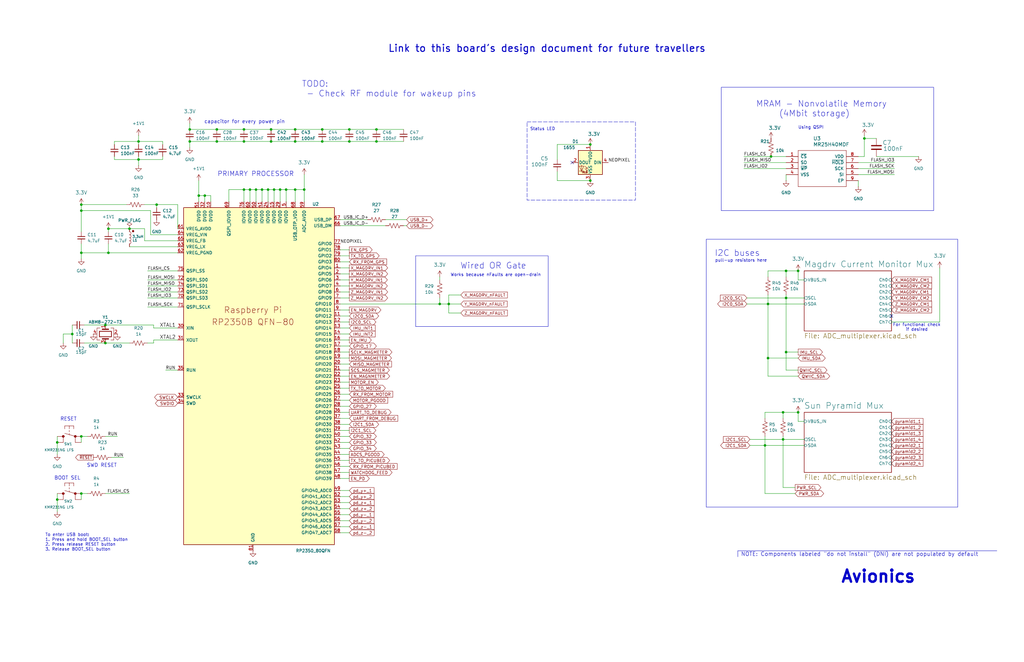
<source format=kicad_sch>
(kicad_sch (version 20250114) (generator "eeschema") (generator_version "9.0")
  (paper "USLedger")
  (title_block (title "ADCS Main Board") (date "2025-04-07") (rev "1.2") (company "Stanford Student Space Initiative") (comment 1 "Sage Wu"))
  (rectangle (start 304.165 36.83) (end 393.7 88.9))
  (rectangle (start 297.815 100.965) (end 403.86 213.995))
  (rectangle (start 175.26 107.95) (end 231.14 137.795))
  (rectangle (start 222.25 51.435) (end 267.97 84.455) (stroke (width 0) (type dash)))
  (text "Works because nFaults are open-drain\n" (at 209.042 116.078 0) (effects (font (size 1.27 1.27))))
  (text "PRIMARY PROCESSOR" (at 91.694 74.676 0) (effects (font (size 2.0066 2.0066)) (justify left bottom)))
  (text "SWD RESET\n" (at 36.576 197.358 0) (effects (font (size 1.4986 1.4986)) (justify left bottom)))
  (text "TODO:\n - Check RF module for wakeup pins" (at 127.254 37.592 0) (effects (font (size 2.54 2.54)) (justify left)))
  (text "Avionics" (at 354.33 246.38 0) (effects (font (size 5.08 5.08) (thickness 1.016) (bold yes)) (justify left bottom)))
  (text "I2C buses" (at 310.896 106.934 0) (effects (font (size 2.54 2.54))))
  (text "MRAM - Nonvolatile Memory\n     (4Mbit storage)" (at 318.77 49.53 0) (effects (font (size 2.54 2.54)) (justify left bottom)))
  (text "BOOT SEL" (at 22.86 202.692 0) (effects (font (size 1.4986 1.4986)) (justify left bottom)))
  (text "Link to this board's design document for future travellers" (at 230.632 20.574 0) (effects (font (size 3 3) (thickness 0.4) (bold yes))))
  (text "Using QSPI" (at 336.55 54.61 0) (effects (font (size 1.27 1.27)) (justify left bottom)))
  (text "NOTE: Components labeled \"do not install\" (DNI) are not populated by default" (at 312.42 234.95 0) (effects (font (size 1.651 1.651)) (justify left bottom)))
  (text "RESET" (at 25.4 177.8 0) (effects (font (size 1.4986 1.4986)) (justify left bottom)))
  (text "To enter USB boot:\n1. Press and hold BOOT_SEL button\n2. Press release RESET button\n3. Release BOOT_SEL button" (at 19.05 228.854 0) (effects (font (size 1.27 1.27)) (justify left)))
  (text "capacitor for every power pin\n" (at 86.106 52.324 0) (effects (font (size 1.4986 1.4986)) (justify left bottom)))
  (text "For functional check\nif desired" (at 386.588 138.176 0) (effects (font (size 1.27 1.27))))
  (text "Wired OR Gate" (at 208.026 112.268 0) (effects (font (size 2.54 2.54))))
  (text "Status LED" (at 223.52 55.245 0) (effects (font (size 1.27 1.27)) (justify left bottom)))
  (text "pull-up resistors here" (at 301.498 110.744 0) (effects (font (size 1.27 1.27)) (justify left bottom)))
  (junction (at 34.29 208.28))
  (junction (at 124.46 59.69))
  (junction (at 45.72 96.52))
  (junction (at 34.29 88.9))
  (junction (at 114.3 54.61))
  (junction (at 58.42 67.31))
  (junction (at 248.92 76.2))
  (junction (at 24.13 186.69))
  (junction (at 34.29 106.68))
  (junction (at 331.47 114.3))
  (junction (at 80.01 54.61))
  (junction (at 147.32 59.69))
  (junction (at 323.85 151.13))
  (junction (at 120.65 80.01))
  (junction (at 128.27 80.01))
  (junction (at 185.42 128.27))
  (junction (at 364.49 58.42))
  (junction (at 105.41 80.01))
  (junction (at 336.55 114.3))
  (junction (at 91.44 59.69))
  (junction (at 325.12 66.04))
  (junction (at 189.23 128.27))
  (junction (at 330.2 185.42))
  (junction (at 44.45 137.16))
  (junction (at 102.87 80.01))
  (junction (at 322.58 187.96))
  (junction (at 158.75 54.61))
  (junction (at 86.36 82.55))
  (junction (at 248.92 60.96))
  (junction (at 66.04 86.36))
  (junction (at 34.29 184.15))
  (junction (at 54.61 96.52))
  (junction (at 102.87 59.69))
  (junction (at 102.87 54.61))
  (junction (at 83.82 82.55))
  (junction (at 44.45 144.78))
  (junction (at 147.32 54.61))
  (junction (at 115.57 80.01))
  (junction (at 331.47 148.59))
  (junction (at 58.42 59.69))
  (junction (at 107.95 80.01))
  (junction (at 124.46 54.61))
  (junction (at 34.29 86.36))
  (junction (at 91.44 54.61))
  (junction (at 24.13 210.82))
  (junction (at 336.55 173.99))
  (junction (at 158.75 59.69))
  (junction (at 118.11 80.01))
  (junction (at 135.89 54.61))
  (junction (at 114.3 59.69))
  (junction (at 110.49 80.01))
  (junction (at 45.72 106.68))
  (junction (at 331.47 125.73))
  (junction (at 113.03 80.01))
  (junction (at 80.01 59.69))
  (junction (at 30.48 140.97))
  (junction (at 135.89 59.69))
  (junction (at 330.2 173.99))
  (junction (at 323.85 128.27))
  (junction (at 124.46 80.01))
  (no_connect (at 375.92 133.35))
  (no_connect (at 241.3 68.58))
  (wire (pts (xy 322.58 176.53) (xy 322.58 173.99)))
  (wire (pts (xy 74.93 138.43) (xy 64.77 138.43)))
  (wire (pts (xy 54.61 104.14) (xy 74.93 104.14)))
  (wire (pts (xy 323.85 151.13) (xy 336.55 151.13)))
  (wire (pts (xy 185.42 116.84) (xy 185.42 118.11)))
  (wire (pts (xy 83.82 82.55) (xy 83.82 85.09)))
  (wire (pts (xy 135.89 54.61) (xy 147.32 54.61)))
  (wire (pts (xy 74.93 101.6) (xy 60.96 101.6)))
  (wire (pts (xy 24.13 210.82) (xy 24.13 215.9)))
  (wire (pts (xy 143.51 115.57) (xy 147.32 115.57)))
  (wire (pts (xy 91.44 54.61) (xy 102.87 54.61)))
  (wire (pts (xy 48.26 67.31) (xy 58.42 67.31)))
  (wire (pts (xy 396.24 113.03) (xy 396.24 135.89)))
  (wire (pts (xy 361.95 71.12) (xy 377.19 71.12)))
  (wire (pts (xy 323.85 128.27) (xy 323.85 151.13)))
  (polyline (pts (xy 311.15 234.95) (xy 311.15 232.41)))
  (wire (pts (xy 143.51 199.39) (xy 147.32 199.39)))
  (wire (pts (xy 34.29 210.82) (xy 34.29 208.28)))
  (wire (pts (xy 34.29 88.9) (xy 34.29 97.79)))
  (wire (pts (xy 143.51 156.21) (xy 147.32 156.21)))
  (wire (pts (xy 369.57 66.04) (xy 387.35 66.04)))
  (wire (pts (xy 323.85 158.75) (xy 336.55 158.75)))
  (wire (pts (xy 62.23 123.19) (xy 74.93 123.19)))
  (wire (pts (xy 143.51 176.53) (xy 147.32 176.53)))
  (wire (pts (xy 58.42 67.31) (xy 68.58 67.31)))
  (wire (pts (xy 143.51 173.99) (xy 147.32 173.99)))
  (wire (pts (xy 185.42 125.73) (xy 185.42 128.27)))
  (wire (pts (xy 143.51 166.37) (xy 147.32 166.37)))
  (wire (pts (xy 316.23 185.42) (xy 330.2 185.42)))
  (wire (pts (xy 45.72 102.87) (xy 45.72 106.68)))
  (wire (pts (xy 364.49 66.04) (xy 364.49 58.42)))
  (wire (pts (xy 96.52 85.09) (xy 96.52 80.01)))
  (wire (pts (xy 143.51 118.11) (xy 147.32 118.11)))
  (wire (pts (xy 35.56 144.78) (xy 44.45 144.78)))
  (wire (pts (xy 64.77 143.51) (xy 64.77 144.78)))
  (wire (pts (xy 322.58 187.96) (xy 339.09 187.96)))
  (wire (pts (xy 330.2 184.15) (xy 330.2 185.42)))
  (wire (pts (xy 143.51 214.63) (xy 147.32 214.63)))
  (wire (pts (xy 361.95 66.04) (xy 364.49 66.04)))
  (wire (pts (xy 80.01 54.61) (xy 91.44 54.61)))
  (wire (pts (xy 143.51 207.01) (xy 147.32 207.01)))
  (wire (pts (xy 234.95 76.2) (xy 248.92 76.2)))
  (wire (pts (xy 154.94 92.71) (xy 143.51 92.71)))
  (wire (pts (xy 118.11 80.01) (xy 120.65 80.01)))
  (wire (pts (xy 80.01 52.07) (xy 80.01 54.61)))
  (wire (pts (xy 74.93 99.06) (xy 63.5 99.06)))
  (wire (pts (xy 143.51 158.75) (xy 147.32 158.75)))
  (wire (pts (xy 330.2 185.42) (xy 339.09 185.42)))
  (wire (pts (xy 58.42 57.15) (xy 58.42 59.69)))
  (wire (pts (xy 339.09 118.11) (xy 336.55 118.11)))
  (wire (pts (xy 53.34 86.36) (xy 34.29 86.36)))
  (wire (pts (xy 322.58 187.96) (xy 322.58 208.28)))
  (wire (pts (xy 143.51 224.79) (xy 147.32 224.79)))
  (wire (pts (xy 45.72 96.52) (xy 54.61 96.52)))
  (wire (pts (xy 30.48 137.16) (xy 30.48 140.97)))
  (wire (pts (xy 143.51 151.13) (xy 147.32 151.13)))
  (wire (pts (xy 143.51 196.85) (xy 147.32 196.85)))
  (wire (pts (xy 44.45 184.15) (xy 49.53 184.15)))
  (wire (pts (xy 331.47 124.46) (xy 331.47 125.73)))
  (wire (pts (xy 331.47 156.21) (xy 331.47 148.59)))
  (wire (pts (xy 171.45 95.25) (xy 170.18 95.25)))
  (wire (pts (xy 118.11 80.01) (xy 118.11 85.09)))
  (wire (pts (xy 88.9 82.55) (xy 86.36 82.55)))
  (wire (pts (xy 189.23 128.27) (xy 189.23 132.08)))
  (wire (pts (xy 143.51 107.95) (xy 147.32 107.95)))
  (wire (pts (xy 88.9 85.09) (xy 88.9 82.55)))
  (wire (pts (xy 143.51 181.61) (xy 147.32 181.61)))
  (wire (pts (xy 60.96 101.6) (xy 60.96 96.52)))
  (wire (pts (xy 143.51 123.19) (xy 147.32 123.19)))
  (wire (pts (xy 62.23 114.3) (xy 74.93 114.3)))
  (wire (pts (xy 26.67 140.97) (xy 30.48 140.97)))
  (wire (pts (xy 143.51 140.97) (xy 147.32 140.97)))
  (wire (pts (xy 120.65 80.01) (xy 124.46 80.01)))
  (wire (pts (xy 48.26 60.96) (xy 48.26 59.69)))
  (wire (pts (xy 335.28 205.74) (xy 330.2 205.74)))
  (wire (pts (xy 323.85 128.27) (xy 339.09 128.27)))
  (wire (pts (xy 330.2 173.99) (xy 336.55 173.99)))
  (wire (pts (xy 330.2 185.42) (xy 330.2 205.74)))
  (wire (pts (xy 105.41 80.01) (xy 105.41 85.09)))
  (wire (pts (xy 185.42 128.27) (xy 189.23 128.27)))
  (wire (pts (xy 124.46 54.61) (xy 135.89 54.61)))
  (wire (pts (xy 128.27 80.01) (xy 128.27 85.09)))
  (wire (pts (xy 102.87 54.61) (xy 114.3 54.61)))
  (wire (pts (xy 335.28 208.28) (xy 322.58 208.28)))
  (wire (pts (xy 234.95 60.96) (xy 234.95 67.31)))
  (wire (pts (xy 45.72 106.68) (xy 74.93 106.68)))
  (wire (pts (xy 313.69 68.58) (xy 331.47 68.58)))
  (wire (pts (xy 58.42 67.31) (xy 58.42 69.85)))
  (wire (pts (xy 63.5 88.9) (xy 34.29 88.9)))
  (wire (pts (xy 80.01 59.69) (xy 80.01 62.23)))
  (wire (pts (xy 115.57 80.01) (xy 118.11 80.01)))
  (wire (pts (xy 58.42 59.69) (xy 58.42 60.96)))
  (wire (pts (xy 74.93 86.36) (xy 66.04 86.36)))
  (wire (pts (xy 62.23 144.78) (xy 64.77 144.78)))
  (wire (pts (xy 143.51 153.67) (xy 147.32 153.67)))
  (wire (pts (xy 143.51 222.25) (xy 147.32 222.25)))
  (wire (pts (xy 124.46 80.01) (xy 124.46 85.09)))
  (wire (pts (xy 143.51 201.93) (xy 147.32 201.93)))
  (wire (pts (xy 62.23 125.73) (xy 74.93 125.73)))
  (wire (pts (xy 143.51 125.73) (xy 147.32 125.73)))
  (wire (pts (xy 331.47 73.66) (xy 331.47 76.2)))
  (wire (pts (xy 143.51 146.05) (xy 147.32 146.05)))
  (wire (pts (xy 120.65 80.01) (xy 120.65 85.09)))
  (wire (pts (xy 26.67 144.78) (xy 26.67 140.97)))
  (wire (pts (xy 189.23 124.46) (xy 189.23 128.27)))
  (wire (pts (xy 143.51 110.49) (xy 147.32 110.49)))
  (wire (pts (xy 331.47 148.59) (xy 331.47 125.73)))
  (wire (pts (xy 143.51 128.27) (xy 185.42 128.27)))
  (wire (pts (xy 128.27 80.01) (xy 128.27 73.66)))
  (wire (pts (xy 30.48 140.97) (xy 30.48 144.78)))
  (wire (pts (xy 143.51 130.81) (xy 147.32 130.81)))
  (wire (pts (xy 147.32 54.61) (xy 158.75 54.61)))
  (wire (pts (xy 113.03 80.01) (xy 113.03 85.09)))
  (wire (pts (xy 143.51 209.55) (xy 147.32 209.55)))
  (wire (pts (xy 115.57 80.01) (xy 115.57 85.09)))
  (wire (pts (xy 143.51 163.83) (xy 147.32 163.83)))
  (wire (pts (xy 44.45 208.28) (xy 54.61 208.28)))
  (wire (pts (xy 91.44 59.69) (xy 102.87 59.69)))
  (wire (pts (xy 194.31 132.08) (xy 189.23 132.08)))
  (wire (pts (xy 314.96 128.27) (xy 323.85 128.27)))
  (wire (pts (xy 234.95 60.96) (xy 248.92 60.96)))
  (wire (pts (xy 107.95 80.01) (xy 107.95 85.09)))
  (wire (pts (xy 69.85 156.21) (xy 74.93 156.21)))
  (wire (pts (xy 322.58 184.15) (xy 322.58 187.96)))
  (wire (pts (xy 110.49 80.01) (xy 110.49 85.09)))
  (wire (pts (xy 135.89 59.69) (xy 147.32 59.69)))
  (wire (pts (xy 143.51 148.59) (xy 147.32 148.59)))
  (wire (pts (xy 336.55 156.21) (xy 331.47 156.21)))
  (wire (pts (xy 96.52 80.01) (xy 102.87 80.01)))
  (wire (pts (xy 80.01 59.69) (xy 91.44 59.69)))
  (wire (pts (xy 143.51 161.29) (xy 147.32 161.29)))
  (wire (pts (xy 369.57 58.42) (xy 364.49 58.42)))
  (wire (pts (xy 162.56 95.25) (xy 143.51 95.25)))
  (wire (pts (xy 143.51 194.31) (xy 147.32 194.31)))
  (wire (pts (xy 124.46 59.69) (xy 135.89 59.69)))
  (wire (pts (xy 313.69 71.12) (xy 331.47 71.12)))
  (wire (pts (xy 34.29 106.68) (xy 34.29 109.22)))
  (wire (pts (xy 114.3 54.61) (xy 124.46 54.61)))
  (wire (pts (xy 158.75 59.69) (xy 170.18 59.69)))
  (wire (pts (xy 143.51 191.77) (xy 147.32 191.77)))
  (wire (pts (xy 330.2 173.99) (xy 330.2 176.53)))
  (wire (pts (xy 58.42 59.69) (xy 68.58 59.69)))
  (wire (pts (xy 143.51 171.45) (xy 147.32 171.45)))
  (wire (pts (xy 74.93 143.51) (xy 64.77 143.51)))
  (wire (pts (xy 361.95 73.66) (xy 377.19 73.66)))
  (wire (pts (xy 194.31 124.46) (xy 189.23 124.46)))
  (wire (pts (xy 105.41 80.01) (xy 107.95 80.01)))
  (wire (pts (xy 102.87 85.09) (xy 102.87 80.01)))
  (wire (pts (xy 45.72 96.52) (xy 45.72 97.79)))
  (wire (pts (xy 86.36 85.09) (xy 86.36 82.55)))
  (wire (pts (xy 143.51 219.71) (xy 147.32 219.71)))
  (wire (pts (xy 114.3 59.69) (xy 124.46 59.69)))
  (wire (pts (xy 323.85 116.84) (xy 323.85 114.3)))
  (wire (pts (xy 143.51 135.89) (xy 147.32 135.89)))
  (wire (pts (xy 54.61 96.52) (xy 60.96 96.52)))
  (wire (pts (xy 361.95 76.2) (xy 361.95 78.74)))
  (wire (pts (xy 113.03 80.01) (xy 115.57 80.01)))
  (wire (pts (xy 74.93 86.36) (xy 74.93 96.52)))
  (wire (pts (xy 24.13 184.15) (xy 24.13 186.69)))
  (wire (pts (xy 336.55 148.59) (xy 331.47 148.59)))
  (wire (pts (xy 171.45 92.71) (xy 162.56 92.71)))
  (wire (pts (xy 339.09 177.8) (xy 336.55 177.8)))
  (wire (pts (xy 34.29 208.28) (xy 36.83 208.28)))
  (wire (pts (xy 316.23 187.96) (xy 322.58 187.96)))
  (wire (pts (xy 44.45 144.78) (xy 54.61 144.78)))
  (wire (pts (xy 48.26 66.04) (xy 48.26 67.31)))
  (wire (pts (xy 313.69 66.04) (xy 325.12 66.04)))
  (wire (pts (xy 396.24 135.89) (xy 375.92 135.89)))
  (polyline (pts (xy 311.15 232.41) (xy 420.37 232.41)))
  (wire (pts (xy 331.47 114.3) (xy 336.55 114.3)))
  (wire (pts (xy 325.12 66.04) (xy 331.47 66.04)))
  (wire (pts (xy 323.85 151.13) (xy 323.85 158.75)))
  (wire (pts (xy 234.95 72.39) (xy 234.95 76.2)))
  (wire (pts (xy 46.99 193.04) (xy 52.07 193.04)))
  (wire (pts (xy 323.85 114.3) (xy 331.47 114.3)))
  (wire (pts (xy 34.29 186.69) (xy 34.29 184.15)))
  (wire (pts (xy 34.29 102.87) (xy 34.29 106.68)))
  (wire (pts (xy 361.95 68.58) (xy 377.19 68.58)))
  (wire (pts (xy 102.87 59.69) (xy 114.3 59.69)))
  (wire (pts (xy 143.51 217.17) (xy 147.32 217.17)))
  (wire (pts (xy 83.82 82.55) (xy 86.36 82.55)))
  (wire (pts (xy 83.82 76.2) (xy 83.82 82.55)))
  (wire (pts (xy 107.95 80.01) (xy 110.49 80.01)))
  (wire (pts (xy 35.56 137.16) (xy 44.45 137.16)))
  (wire (pts (xy 102.87 80.01) (xy 105.41 80.01)))
  (wire (pts (xy 34.29 106.68) (xy 45.72 106.68)))
  (wire (pts (xy 24.13 186.69) (xy 24.13 191.77)))
  (wire (pts (xy 48.26 59.69) (xy 58.42 59.69)))
  (wire (pts (xy 143.51 179.07) (xy 147.32 179.07)))
  (wire (pts (xy 62.23 120.65) (xy 74.93 120.65)))
  (wire (pts (xy 143.51 138.43) (xy 147.32 138.43)))
  (wire (pts (xy 143.51 113.03) (xy 147.32 113.03)))
  (wire (pts (xy 58.42 66.04) (xy 58.42 67.31)))
  (wire (pts (xy 331.47 125.73) (xy 339.09 125.73)))
  (wire (pts (xy 143.51 168.91) (xy 147.32 168.91)))
  (wire (pts (xy 34.29 86.36) (xy 34.29 88.9)))
  (wire (pts (xy 158.75 54.61) (xy 170.18 54.61)))
  (wire (pts (xy 24.13 208.28) (xy 24.13 210.82)))
  (wire (pts (xy 143.51 105.41) (xy 147.32 105.41)))
  (wire (pts (xy 110.49 80.01) (xy 113.03 80.01)))
  (wire (pts (xy 364.49 58.42) (xy 364.49 57.15)))
  (wire (pts (xy 63.5 99.06) (xy 63.5 88.9)))
  (wire (pts (xy 143.51 189.23) (xy 147.32 189.23)))
  (wire (pts (xy 147.32 59.69) (xy 158.75 59.69)))
  (wire (pts (xy 143.51 212.09) (xy 147.32 212.09)))
  (wire (pts (xy 68.58 60.96) (xy 68.58 59.69)))
  (wire (pts (xy 143.51 143.51) (xy 147.32 143.51)))
  (wire (pts (xy 143.51 184.15) (xy 147.32 184.15)))
  (wire (pts (xy 331.47 114.3) (xy 331.47 116.84)))
  (wire (pts (xy 143.51 120.65) (xy 147.32 120.65)))
  (wire (pts (xy 143.51 186.69) (xy 147.32 186.69)))
  (wire (pts (xy 189.23 128.27) (xy 194.31 128.27)))
  (wire (pts (xy 124.46 80.01) (xy 128.27 80.01)))
  (wire (pts (xy 68.58 66.04) (xy 68.58 67.31)))
  (wire (pts (xy 323.85 124.46) (xy 323.85 128.27)))
  (wire (pts (xy 64.77 138.43) (xy 64.77 137.16)))
  (wire (pts (xy 336.55 173.99) (xy 336.55 177.8)))
  (wire (pts (xy 66.04 86.36) (xy 66.04 87.63)))
  (wire (pts (xy 62.23 118.11) (xy 74.93 118.11)))
  (wire (pts (xy 336.55 114.3) (xy 336.55 118.11)))
  (wire (pts (xy 314.96 125.73) (xy 331.47 125.73)))
  (wire (pts (xy 143.51 133.35) (xy 147.32 133.35)))
  (wire (pts (xy 62.23 129.54) (xy 74.93 129.54)))
  (wire (pts (xy 44.45 137.16) (xy 64.77 137.16)))
  (wire (pts (xy 66.04 86.36) (xy 60.96 86.36)))
  (wire (pts (xy 322.58 173.99) (xy 330.2 173.99)))
  (wire (pts (xy 34.29 184.15) (xy 36.83 184.15)))
  (label "NEOPIXEL" (at 256.54 68.58 0))
  (label "USB_IC_D+" (at 144.78 92.71 0))
  (label "FLASH_CS" (at 54.61 208.28 180))
  (label "RUN" (at 52.07 193.04 180))
  (label "FLASH_SCK" (at 62.23 129.54 0))
  (label "RUN" (at 69.85 156.21 0))
  (label "RUN" (at 49.53 184.15 180))
  (label "NEOPIXEL" (at 143.51 102.87 0))
  (label "XTAL2" (at 67.31 143.51 0) (effects (font (size 1.524 1.524))))
  (label "FLASH_IO2" (at 62.23 123.19 0))
  (label "XTAL1" (at 67.31 138.43 0) (effects (font (size 1.524 1.524))))
  (label "FLASH_CS" (at 313.69 66.04 0))
  (label "FLASH_MOSI" (at 377.19 73.66 180))
  (label "FLASH_CS" (at 62.23 114.3 0))
  (label "FLASH_IO3" (at 377.19 68.58 180))
  (label "FLASH_IO3" (at 62.23 125.73 0))
  (label "FLASH_IO2" (at 313.69 71.12 0))
  (label "USB_IC_D-" (at 144.78 95.25 0))
  (label "FLASH_MOSI" (at 62.23 118.11 0))
  (label "FLASH_MISO" (at 313.69 68.58 0))
  (label "FLASH_SCK" (at 377.19 71.12 180))
  (label "FLASH_MISO" (at 62.23 120.65 0))
  (global_label "pyramid2_2" (shape input) (at 375.92 190.5 0) (property "Intersheetrefs" "${INTERSHEET_REFS}" (effects (hide yes))))
  (global_label "MISO_MAGMETER" (shape input) (at 147.32 153.67 0) (property "Intersheetrefs" "${INTERSHEET_REFS}" (effects (hide yes))))
  (global_label "pd_z+_2" (shape input) (at 147.32 214.63 0) (property "Intersheetrefs" "${INTERSHEET_REFS}" (effects (hide yes))))
  (global_label "pd_z+_1" (shape input) (at 147.32 212.09 0) (property "Intersheetrefs" "${INTERSHEET_REFS}" (effects (hide yes))))
  (global_label "Z_MAGDRV_nFAULT" (shape input) (at 194.31 132.08 0) (property "Intersheetrefs" "${INTERSHEET_REFS}" (effects (hide yes))))
  (global_label "SWCLK" (shape bidirectional) (at 74.93 167.64 180) (property "Intersheetrefs" "${INTERSHEET_REFS}" (effects (hide yes))))
  (global_label "RX_FROM_MOTOR" (shape input) (at 147.32 166.37 0) (property "Intersheetrefs" "${INTERSHEET_REFS}" (effects (hide yes))))
  (global_label "pyramid1_1" (shape input) (at 375.92 177.8 0) (property "Intersheetrefs" "${INTERSHEET_REFS}" (effects (hide yes))))
  (global_label "I2C0_SDA" (shape bidirectional) (at 147.32 133.35 0) (property "Intersheetrefs" "${INTERSHEET_REFS}" (effects (hide yes))))
  (global_label "GPIO_17" (shape bidirectional) (at 147.32 146.05 0) (property "Intersheetrefs" "${INTERSHEET_REFS}" (effects (hide yes))))
  (global_label "IMU_INT2" (shape input) (at 147.32 140.97 0) (property "Intersheetrefs" "${INTERSHEET_REFS}" (effects (hide yes))))
  (global_label "RX_FROM_PICUBED" (shape input) (at 147.32 196.85 0) (property "Intersheetrefs" "${INTERSHEET_REFS}" (effects (hide yes))))
  (global_label "pyramid2_4" (shape input) (at 375.92 195.58 0) (property "Intersheetrefs" "${INTERSHEET_REFS}" (effects (hide yes))))
  (global_label "X_MAGDRV_IN2" (shape output) (at 147.32 115.57 0) (property "Intersheetrefs" "${INTERSHEET_REFS}" (effects (hide yes))))
  (global_label "X_MAGDRV_IN1" (shape output) (at 147.32 113.03 0) (property "Intersheetrefs" "${INTERSHEET_REFS}" (effects (hide yes))))
  (global_label "I2C1_SCL" (shape output) (at 147.32 181.61 0) (property "Intersheetrefs" "${INTERSHEET_REFS}" (effects (hide yes))))
  (global_label "QWIIC_SCL" (shape output) (at 336.55 156.21 0) (property "Intersheetrefs" "${INTERSHEET_REFS}" (effects (hide yes))))
  (global_label "I2C1_SCL" (shape input) (at 316.23 185.42 180) (property "Intersheetrefs" "${INTERSHEET_REFS}" (effects (hide yes))))
  (global_label "USB_D+" (shape bidirectional) (at 171.45 92.71 0) (property "Intersheetrefs" "${INTERSHEET_REFS}" (effects (hide yes))))
  (global_label "GPIO_27" (shape bidirectional) (at 147.32 171.45 0) (property "Intersheetrefs" "${INTERSHEET_REFS}" (effects (hide yes))))
  (global_label "UART_FROM_DEBUG" (shape input) (at 147.32 176.53 0) (property "Intersheetrefs" "${INTERSHEET_REFS}" (effects (hide yes))))
  (global_label "RX_FROM_GPS" (shape input) (at 147.32 110.49 0) (property "Intersheetrefs" "${INTERSHEET_REFS}" (effects (hide yes))))
  (global_label "pyramid2_3" (shape input) (at 375.92 193.04 0) (property "Intersheetrefs" "${INTERSHEET_REFS}" (effects (hide yes))))
  (global_label "PWR_SCL" (shape output) (at 335.28 205.74 0) (property "Intersheetrefs" "${INTERSHEET_REFS}" (effects (hide yes))))
  (global_label "PWR_SDA" (shape bidirectional) (at 335.28 208.28 0) (property "Intersheetrefs" "${INTERSHEET_REFS}" (effects (hide yes))))
  (global_label "pd_y+_2" (shape input) (at 147.32 209.55 0) (property "Intersheetrefs" "${INTERSHEET_REFS}" (effects (hide yes))))
  (global_label "X_MAGDRV_CM2" (shape input) (at 375.92 120.65 0) (property "Intersheetrefs" "${INTERSHEET_REFS}" (effects (hide yes))))
  (global_label "GPIO_33" (shape bidirectional) (at 147.32 186.69 0) (property "Intersheetrefs" "${INTERSHEET_REFS}" (effects (hide yes))))
  (global_label "pyramid2_1" (shape input) (at 375.92 187.96 0) (property "Intersheetrefs" "${INTERSHEET_REFS}" (effects (hide yes))))
  (global_label "EN_MAGDRV" (shape output) (at 147.32 130.81 0) (property "Intersheetrefs" "${INTERSHEET_REFS}" (effects (hide yes))))
  (global_label "I2C0_SDA" (shape bidirectional) (at 314.96 128.27 180) (property "Intersheetrefs" "${INTERSHEET_REFS}" (effects (hide yes))))
  (global_label "TX_TO_PICUBED" (shape output) (at 147.32 194.31 0) (property "Intersheetrefs" "${INTERSHEET_REFS}" (effects (hide yes))))
  (global_label "X_MAGDRV_nFAULT" (shape input) (at 194.31 124.46 0) (property "Intersheetrefs" "${INTERSHEET_REFS}" (effects (hide yes))))
  (global_label "Y_MAGDRV_CM2" (shape input) (at 375.92 125.73 0) (property "Intersheetrefs" "${INTERSHEET_REFS}" (effects (hide yes))))
  (global_label "MOTOR_EN" (shape output) (at 147.32 161.29 0) (property "Intersheetrefs" "${INTERSHEET_REFS}" (effects (hide yes))))
  (global_label "I2C0_SCL" (shape input) (at 314.96 125.73 180) (property "Intersheetrefs" "${INTERSHEET_REFS}" (effects (hide yes))))
  (global_label "EN_GPS" (shape output) (at 147.32 105.41 0) (property "Intersheetrefs" "${INTERSHEET_REFS}" (effects (hide yes))))
  (global_label "Y_MAGDRV_IN2" (shape output) (at 147.32 120.65 0) (property "Intersheetrefs" "${INTERSHEET_REFS}" (effects (hide yes))))
  (global_label "EN_PD" (shape output) (at 147.32 201.93 0) (property "Intersheetrefs" "${INTERSHEET_REFS}" (effects (hide yes))))
  (global_label "USB_D-" (shape bidirectional) (at 171.45 95.25 0) (property "Intersheetrefs" "${INTERSHEET_REFS}" (effects (hide yes))))
  (global_label "Z_MAGDRV_IN1" (shape output) (at 147.32 123.19 0) (property "Intersheetrefs" "${INTERSHEET_REFS}" (effects (hide yes))))
  (global_label "pyramid1_2" (shape input) (at 375.92 180.34 0) (property "Intersheetrefs" "${INTERSHEET_REFS}" (effects (hide yes))))
  (global_label "TX_TO_GPS" (shape output) (at 147.32 107.95 0) (property "Intersheetrefs" "${INTERSHEET_REFS}" (effects (hide yes))))
  (global_label "EN_IMU" (shape output) (at 147.32 143.51 0) (property "Intersheetrefs" "${INTERSHEET_REFS}" (effects (hide yes))))
  (global_label "X_MAGDRV_CM1" (shape input) (at 375.92 118.11 0) (property "Intersheetrefs" "${INTERSHEET_REFS}" (effects (hide yes))))
  (global_label "Y_MAGDRV_CM1" (shape input) (at 375.92 123.19 0) (property "Intersheetrefs" "${INTERSHEET_REFS}" (effects (hide yes))))
  (global_label "pyramid1_3" (shape input) (at 375.92 182.88 0) (property "Intersheetrefs" "${INTERSHEET_REFS}" (effects (hide yes))))
  (global_label "~{RESET}" (shape output) (at 39.37 193.04 180) (effects (font (size 1.1684 1.1684))) (property "Intersheetrefs" "${INTERSHEET_REFS}" (effects (hide yes))))
  (global_label "pd_y-_1" (shape input) (at 147.32 217.17 0) (property "Intersheetrefs" "${INTERSHEET_REFS}" (effects (hide yes))))
  (global_label "ADCS_PGOOD" (shape output) (at 147.32 191.77 0) (property "Intersheetrefs" "${INTERSHEET_REFS}" (effects (hide yes))))
  (global_label "MOTOR_PGOOD" (shape input) (at 147.32 168.91 0) (property "Intersheetrefs" "${INTERSHEET_REFS}" (effects (hide yes))))
  (global_label "pyramid1_4" (shape input) (at 375.92 185.42 0) (property "Intersheetrefs" "${INTERSHEET_REFS}" (effects (hide yes))))
  (global_label "Y_MAGDRV_IN1" (shape output) (at 147.32 118.11 0) (property "Intersheetrefs" "${INTERSHEET_REFS}" (effects (hide yes))))
  (global_label "UART_TO_DEBUG" (shape output) (at 147.32 173.99 0) (property "Intersheetrefs" "${INTERSHEET_REFS}" (effects (hide yes))))
  (global_label "Z_MAGDRV_IN2" (shape output) (at 147.32 125.73 0) (property "Intersheetrefs" "${INTERSHEET_REFS}" (effects (hide yes))))
  (global_label "I2C0_SCL" (shape output) (at 147.32 135.89 0) (property "Intersheetrefs" "${INTERSHEET_REFS}" (effects (hide yes))))
  (global_label "TX_TO_MOTOR" (shape output) (at 147.32 163.83 0) (property "Intersheetrefs" "${INTERSHEET_REFS}" (effects (hide yes))))
  (global_label "QWIIC_SDA" (shape bidirectional) (at 336.55 158.75 0) (property "Intersheetrefs" "${INTERSHEET_REFS}" (effects (hide yes))))
  (global_label "Z_MAGDRV_CM1" (shape input) (at 375.92 128.27 0) (property "Intersheetrefs" "${INTERSHEET_REFS}" (effects (hide yes))))
  (global_label "GPIO_34" (shape bidirectional) (at 147.32 189.23 0) (property "Intersheetrefs" "${INTERSHEET_REFS}" (effects (hide yes))))
  (global_label "pd_y-_2" (shape input) (at 147.32 219.71 0) (property "Intersheetrefs" "${INTERSHEET_REFS}" (effects (hide yes))))
  (global_label "pd_y+_1" (shape input) (at 147.32 207.01 0) (property "Intersheetrefs" "${INTERSHEET_REFS}" (effects (hide yes))))
  (global_label "Z_MAGDRV_CM2" (shape input) (at 375.92 130.81 0) (property "Intersheetrefs" "${INTERSHEET_REFS}" (effects (hide yes))))
  (global_label "pd_z-_1" (shape input) (at 147.32 222.25 0) (property "Intersheetrefs" "${INTERSHEET_REFS}" (effects (hide yes))))
  (global_label "pd_z-_2" (shape input) (at 147.32 224.79 0) (property "Intersheetrefs" "${INTERSHEET_REFS}" (effects (hide yes))))
  (global_label "SWDIO" (shape bidirectional) (at 74.93 170.18 180) (property "Intersheetrefs" "${INTERSHEET_REFS}" (effects (hide yes))))
  (global_label "I2C1_SDA" (shape bidirectional) (at 147.32 179.07 0) (property "Intersheetrefs" "${INTERSHEET_REFS}" (effects (hide yes))))
  (global_label "IMU_SCL" (shape output) (at 336.55 148.59 0) (property "Intersheetrefs" "${INTERSHEET_REFS}" (effects (hide yes))))
  (global_label "IMU_INT1" (shape input) (at 147.32 138.43 0) (property "Intersheetrefs" "${INTERSHEET_REFS}" (effects (hide yes))))
  (global_label "SCLK_MAGMETER" (shape output) (at 147.32 148.59 0) (property "Intersheetrefs" "${INTERSHEET_REFS}" (effects (hide yes))))
  (global_label "WATCHDOG_FEED" (shape output) (at 147.32 199.39 0) (property "Intersheetrefs" "${INTERSHEET_REFS}" (effects (hide yes))))
  (global_label "SCS_MAGMETER" (shape output) (at 147.32 156.21 0) (property "Intersheetrefs" "${INTERSHEET_REFS}" (effects (hide yes))))
  (global_label "Y_MAGDRV_nFAULT" (shape input) (at 194.31 128.27 0) (property "Intersheetrefs" "${INTERSHEET_REFS}" (effects (hide yes))))
  (global_label "IMU_SDA" (shape bidirectional) (at 336.55 151.13 0) (property "Intersheetrefs" "${INTERSHEET_REFS}" (effects (hide yes))))
  (global_label "I2C1_SDA" (shape bidirectional) (at 316.23 187.96 180) (property "Intersheetrefs" "${INTERSHEET_REFS}" (effects (hide yes))))
  (global_label "MOSI_MAGMETER" (shape output) (at 147.32 151.13 0) (property "Intersheetrefs" "${INTERSHEET_REFS}" (effects (hide yes))))
  (global_label "EN_MAGNMETER" (shape output) (at 147.32 158.75 0) (property "Intersheetrefs" "${INTERSHEET_REFS}" (effects (hide yes))))
  (global_label "GPIO_32" (shape bidirectional) (at 147.32 184.15 0) (property "Intersheetrefs" "${INTERSHEET_REFS}" (effects (hide yes))))
  (symbol (lib_id "ssi_IC:RP2350_80QFN") (at 106.68 135.89 0) (unit 1)
    (property "Reference" "U2" (at 133.096 86.106 0))
    (property "Value" "RP2350_80QFN" (at 132.08 232.41 0))
    (property "Footprint" "ssi_IC:RP2350-QFN-80-1EP_10x10_P0.4mm_EP3.4x3.4mm_ThermalVias" (effects (hide yes)))
    (property "Datasheet" "https://datasheets.raspberrypi.com/rp2350/rp2350-datasheet.pdf" (effects (hide yes)))
  )
  (symbol (lib_id "Device:C_Small") (at 34.29 100.33 0) (unit 1)
    (property "Reference" "C11" (at 36.83 99.0662 0) (effects (justify left)))
    (property "Value" "4.7uF" (at 36.83 101.6062 0) (effects (justify left)))
    (property "Footprint" "Capacitor_SMD:C_0603_1608Metric" (effects (hide yes)))
    (property "Description" "Unpolarized capacitor, small symbol" (effects (hide yes)))
  )
  (symbol (lib_id "Device:C_Small") (at 102.87 57.15 0) (unit 1)
    (property "Reference" "C37" (at 105.1941 55.9441 0) (effects (justify left)))
    (property "Value" "100nF" (at 105.1941 58.3684 0) (effects (justify left)))
    (property "Footprint" "Capacitor_SMD:C_0603_1608Metric" (effects (hide yes)))
    (property "Description" "Unpolarized capacitor, small symbol" (effects (hide yes)))
  )
  (symbol (lib_id "Device:R_US") (at 158.75 92.71 90) (unit 1)
    (property "Reference" "R27" (at 158.75 86.36 90))
    (property "Value" "27" (at 158.75 88.9 90))
    (property "Footprint" "Resistor_SMD:R_0603_1608Metric" (effects (hide yes)))
    (property "Description" "Resistor, US symbol" (effects (hide yes)))
  )
  (symbol (lib_id "Device:C_Small") (at 114.3 57.15 0) (unit 1)
    (property "Reference" "C42" (at 116.84 55.8862 0) (effects (justify left)))
    (property "Value" "100nF" (at 116.84 58.4262 0) (effects (justify left)))
    (property "Footprint" "Capacitor_SMD:C_0603_1608Metric" (effects (hide yes)))
    (property "Description" "Unpolarized capacitor, small symbol" (effects (hide yes)))
  )
  (symbol (lib_id "power:GND") (at 361.95 78.74 0) (unit 1)
    (property "Reference" "#PWR017" (effects (hide yes)))
    (property "Value" "GND" (at 361.95 83.82 0))
  )
  (symbol (lib_id "ssi_switch:KMR231NG LFS") (at 29.21 184.15 0) (mirror y) (unit 1)
    (property "Reference" "SW1" (at 30.48 187.96 0) (effects (font (size 1.0668 1.0668)) (justify left bottom)))
    (property "Value" "KMR231NG LFS" (at 31.115 190.5 0) (effects (font (size 1.0668 1.0668)) (justify left bottom)))
    (property "Footprint" "ssi_switch:BTN_KMR2_4.6X2.8" (effects (hide yes)))
    (property "Datasheet" "https://www.ckswitches.com/media/1479/kmr2.pdf" (effects (hide yes)))
    (property "Description" "Tactile Switch SPST-NO" (effects (hide yes)))
    (property "Flight" "KMR231NG LFS" (effects (hide yes)))
    (property "Manufacturer_Name" "C&K" (effects (hide yes)))
    (property "Manufacturer_Part_Number" "KMR231NG LFS" (effects (hide yes)))
    (property "Proto" "KMR231NG LFS" (effects (hide yes)))
  )
  (symbol (lib_id "Device:C") (at 369.57 62.23 0) (unit 1)
    (property "Reference" "C7" (at 372.11 61.214 0) (effects (font (size 1.778 1.778)) (justify left bottom)))
    (property "Value" "100nF" (at 372.364 63.754 0) (effects (font (size 1.778 1.778)) (justify left bottom)))
    (property "Footprint" "Capacitor_SMD:C_0603_1608Metric" (effects (hide yes)))
    (property "Description" "Unpolarized capacitor" (effects (hide yes)))
  )
  (symbol (lib_id "power:+3.3V") (at 80.01 52.07 0) (unit 1)
    (property "Reference" "#P+04" (effects (hide yes)))
    (property "Value" "3.3V" (at 80.01 46.99 0) (effects (font (size 1.4986 1.4986))))
    (property "Description" "Power symbol creates a global label with name \"+3.3V\"" (effects (hide yes)))
  )
  (symbol (lib_id "Device:R_US") (at 322.58 180.34 0) (unit 1)
    (property "Reference" "R5" (at 324.231 179.1278 0) (effects (justify left)))
    (property "Value" "10k" (at 324.231 181.5521 0) (effects (justify left)))
    (property "Footprint" "Resistor_SMD:R_0603_1608Metric" (effects (hide yes)))
    (property "Description" "Resistor, US symbol" (effects (hide yes)))
  )
  (symbol (lib_id "Device:R_US") (at 185.42 121.92 180) (unit 1)
    (property "Reference" "R29" (at 180.975 120.777 0))
    (property "Value" "10k" (at 180.975 123.317 0))
    (property "Footprint" "Resistor_SMD:R_0603_1608Metric" (effects (hide yes)))
    (property "Description" "Resistor, US symbol" (effects (hide yes)))
  )
  (symbol (lib_id "Device:R_US") (at 40.64 184.15 90) (unit 1)
    (property "Reference" "R3" (at 40.64 177.8 90))
    (property "Value" "1k" (at 40.64 180.34 90))
    (property "Footprint" "Resistor_SMD:R_0603_1608Metric" (effects (hide yes)))
    (property "Description" "Resistor, US symbol" (effects (hide yes)))
  )
  (symbol (lib_id "power:+1V1") (at 45.72 96.52 0) (unit 1)
    (property "Reference" "#PWR067" (effects (hide yes)))
    (property "Value" "+1V1" (at 45.72 91.44 0))
    (property "Description" "Power symbol creates a global label with name \"+1V1\"" (effects (hide yes)))
  )
  (symbol (lib_id "Device:C_Small") (at 80.01 57.15 0) (unit 1)
    (property "Reference" "C16" (at 82.55 55.8862 0) (effects (justify left)))
    (property "Value" "100nF" (at 82.55 58.4262 0) (effects (justify left)))
    (property "Footprint" "Capacitor_SMD:C_0603_1608Metric" (effects (hide yes)))
    (property "Description" "Unpolarized capacitor, small symbol" (effects (hide yes)))
  )
  (symbol (lib_id "Device:Crystal_GND24") (at 44.45 140.97 270) (unit 1)
    (property "Reference" "Y1" (at 43.18 133.858 90) (effects (justify left)))
    (property "Value" "ABM8-272-T3" (at 37.338 135.89 90) (effects (justify left)))
    (property "Footprint" "Crystal:Crystal_SMD_3225-4Pin_3.2x2.5mm" (effects (hide yes)))
    (property "Datasheet" "https://abracon.com/datasheets/ABM8-272-T3.pdf" (effects (hide yes)))
  )
  (symbol (lib_id "Device:C_Small") (at 58.42 63.5 0) (unit 1)
    (property "Reference" "C14" (at 60.96 62.2362 0) (effects (justify left)))
    (property "Value" "100nF" (at 60.96 64.7762 0) (effects (justify left)))
    (property "Footprint" "Capacitor_SMD:C_0603_1608Metric" (effects (hide yes)))
    (property "Description" "Unpolarized capacitor, small symbol" (effects (hide yes)))
  )
  (symbol (lib_id "Device:R_US") (at 330.2 180.34 0) (unit 1)
    (property "Reference" "R6" (at 331.851 179.1278 0) (effects (justify left)))
    (property "Value" "10k" (at 331.851 181.5521 0) (effects (justify left)))
    (property "Footprint" "Resistor_SMD:R_0603_1608Metric" (effects (hide yes)))
    (property "Description" "Resistor, US symbol" (effects (hide yes)))
  )
  (symbol (lib_id "power:+3.3V") (at 128.27 73.66 0) (unit 1)
    (property "Reference" "#P+07" (effects (hide yes)))
    (property "Value" "3.3V" (at 128.27 68.58 0) (effects (font (size 1.4986 1.4986))))
    (property "Description" "Power symbol creates a global label with name \"+3.3V\"" (effects (hide yes)))
  )
  (symbol (lib_id "power:GND") (at 66.04 92.71 0) (unit 1)
    (property "Reference" "#PWR056" (effects (hide yes)))
    (property "Value" "GND" (at 66.04 97.79 0))
    (property "Description" "Power symbol creates a global label with name \"GND\" , ground" (effects (hide yes)))
  )
  (symbol (lib_id "power:GND") (at 49.53 140.97 0) (unit 1)
    (property "Reference" "#PWR063" (effects (hide yes)))
    (property "Value" "GND" (at 49.53 146.05 0))
    (property "Description" "Power symbol creates a global label with name \"GND\" , ground" (effects (hide yes)))
  )
  (symbol (lib_id "Device:C_Small") (at 68.58 63.5 0) (unit 1)
    (property "Reference" "C15" (at 71.12 62.2362 0) (effects (justify left)))
    (property "Value" "4.7uF" (at 71.12 64.7762 0) (effects (justify left)))
    (property "Footprint" "Capacitor_SMD:C_0603_1608Metric" (effects (hide yes)))
    (property "Description" "Unpolarized capacitor, small symbol" (effects (hide yes)))
  )
  (symbol (lib_id "Device:C_Small") (at 135.89 57.15 0) (unit 1)
    (property "Reference" "C44" (at 138.43 55.8862 0) (effects (justify left)))
    (property "Value" "100nF" (at 138.43 58.4262 0) (effects (justify left)))
    (property "Footprint" "Capacitor_SMD:C_0603_1608Metric" (effects (hide yes)))
    (property "Description" "Unpolarized capacitor, small symbol" (effects (hide yes)))
  )
  (symbol (lib_id "Device:R_US") (at 166.37 95.25 90) (unit 1)
    (property "Reference" "R28" (at 166.37 88.9 90))
    (property "Value" "27" (at 166.37 91.44 90))
    (property "Footprint" "Resistor_SMD:R_0603_1608Metric" (effects (hide yes)))
    (property "Description" "Resistor, US symbol" (effects (hide yes)))
  )
  (symbol (lib_id "power:+3.3V") (at 185.42 116.84 0) (unit 1)
    (property "Reference" "#P+01" (effects (hide yes)))
    (property "Value" "3.3V" (at 185.42 111.76 0) (effects (font (size 1.4986 1.4986))))
    (property "Description" "Power symbol creates a global label with name \"+3.3V\"" (effects (hide yes)))
  )
  (symbol (lib_id "power:GND") (at 34.29 109.22 0) (unit 1)
    (property "Reference" "#PWR068" (effects (hide yes)))
    (property "Value" "GND" (at 34.29 114.3 0))
    (property "Description" "Power symbol creates a global label with name \"GND\" , ground" (effects (hide yes)))
  )
  (symbol (lib_id "power:GND") (at 24.13 191.77 0) (unit 1)
    (property "Reference" "#PWR05" (effects (hide yes)))
    (property "Value" "GND" (at 24.13 196.85 0))
  )
  (symbol (lib_id "Device:R_US") (at 43.18 193.04 90) (unit 1)
    (property "Reference" "R23" (at 43.18 186.69 90))
    (property "Value" "1k" (at 43.18 189.23 90))
    (property "Footprint" "Resistor_SMD:R_0603_1608Metric" (effects (hide yes)))
    (property "Description" "Resistor, US symbol" (effects (hide yes)))
  )
  (symbol (lib_id "power:+3.3V") (at 34.29 86.36 0) (unit 1)
    (property "Reference" "#P+05" (effects (hide yes)))
    (property "Value" "3.3V" (at 34.29 81.28 0) (effects (font (size 1.4986 1.4986))))
    (property "Description" "Power symbol creates a global label with name \"+3.3V\"" (effects (hide yes)))
  )
  (symbol (lib_id "power:GND") (at 58.42 69.85 0) (unit 1)
    (property "Reference" "#PWR071" (effects (hide yes)))
    (property "Value" "GND" (at 58.42 74.93 0))
  )
  (symbol (lib_id "power:+3.3V") (at 336.55 114.3 0) (unit 1)
    (property "Reference" "#P+02" (effects (hide yes)))
    (property "Value" "3.3V" (at 336.55 109.22 0) (effects (font (size 1.4986 1.4986))))
    (property "Description" "Power symbol creates a global label with name \"+3.3V\"" (effects (hide yes)))
  )
  (symbol (lib_id "Device:R_US") (at 40.64 208.28 90) (unit 1)
    (property "Reference" "R4" (at 40.64 201.93 90))
    (property "Value" "1k" (at 40.64 204.47 90))
    (property "Footprint" "Resistor_SMD:R_0603_1608Metric" (effects (hide yes)))
    (property "Description" "Resistor, US symbol" (effects (hide yes)))
  )
  (symbol (lib_id "Device:C_Small") (at 66.04 90.17 0) (unit 1)
    (property "Reference" "C12" (at 68.58 88.9062 0) (effects (justify left)))
    (property "Value" "4.7uF" (at 68.58 91.4462 0) (effects (justify left)))
    (property "Footprint" "Capacitor_SMD:C_0603_1608Metric" (effects (hide yes)))
    (property "Description" "Unpolarized capacitor, small symbol" (effects (hide yes)))
  )
  (symbol (lib_id "Device:C_Small") (at 124.46 57.15 0) (unit 1)
    (property "Reference" "C43" (at 127 55.8862 0) (effects (justify left)))
    (property "Value" "100nF" (at 127 58.4262 0) (effects (justify left)))
    (property "Footprint" "Capacitor_SMD:C_0603_1608Metric" (effects (hide yes)))
    (property "Description" "Unpolarized capacitor, small symbol" (effects (hide yes)))
  )
  (symbol (lib_id "power:GND") (at 106.68 232.41 0) (unit 1)
    (property "Reference" "#PWR09" (effects (hide yes)))
    (property "Value" "GND" (at 106.68 237.49 0))
  )
  (symbol (lib_id "ssi_inductor:AOTA-B201610S3R3-101-T") (at 54.61 100.33 0) (unit 1)
    (property "Reference" "L1" (at 56.896 101.346 0) (effects (font (size 1.0668 1.0668))))
    (property "Value" "3.3uH" (at 58.166 99.822 0) (effects (font (size 1.0668 1.0668))))
    (property "Footprint" "ssi_inductor:polarized" (effects (hide yes)))
    (property "Datasheet" "https://abracon.com/datasheets/AOTA-B201610S3R3-101-T.pdf" (effects (hide yes)))
    (property "Description" "custom made inductor by raspberry pi" (effects (hide yes)))
  )
  (symbol (lib_id "power:GND") (at 387.35 66.04 0) (unit 1)
    (property "Reference" "#PWR018" (effects (hide yes)))
    (property "Value" "GND" (at 387.35 71.12 0))
  )
  (symbol (lib_id "Device:C_Small") (at 33.02 144.78 270) (mirror x) (unit 1)
    (property "Reference" "C2" (at 34.2646 147.066 90))
    (property "Value" "15pF" (at 34.29 148.59 90))
    (property "Footprint" "Capacitor_SMD:C_0603_1608Metric" (effects (hide yes)))
    (property "Description" "Unpolarized capacitor, small symbol" (effects (hide yes)))
  )
  (symbol (lib_id "Device:R_US") (at 325.12 62.23 0) (mirror x) (unit 1)
    (property "Reference" "R21" (at 322.58 59.69 0))
    (property "Value" "10k" (at 328.93 63.5 0))
    (property "Footprint" "Resistor_SMD:R_0603_1608Metric" (effects (hide yes)))
    (property "Description" "10k 0603" (effects (hide yes)))
  )
  (symbol (lib_id "power:GND") (at 26.67 144.78 0) (unit 1)
    (property "Reference" "#PWR062" (effects (hide yes)))
    (property "Value" "GND" (at 26.67 149.86 0))
    (property "Description" "Power symbol creates a global label with name \"GND\" , ground" (effects (hide yes)))
  )
  (symbol (lib_id "power:+1V1") (at 83.82 76.2 0) (unit 1)
    (property "Reference" "#PWR066" (effects (hide yes)))
    (property "Value" "+1V1" (at 83.82 71.12 0))
    (property "Description" "Power symbol creates a global label with name \"+1V1\"" (effects (hide yes)))
  )
  (symbol (lib_id "power:+3.3V") (at 336.55 173.99 0) (unit 1)
    (property "Reference" "#P+03" (effects (hide yes)))
    (property "Value" "3.3V" (at 336.55 168.91 0) (effects (font (size 1.4986 1.4986))))
    (property "Description" "Power symbol creates a global label with name \"+3.3V\"" (effects (hide yes)))
  )
  (symbol (lib_id "ssi_IC:MR25H40MDF") (at 331.47 66.04 0) (unit 1)
    (property "Reference" "U3" (at 342.9 58.42 0) (effects (font (size 1.4986 1.4986)) (justify left)))
    (property "Value" "MR25H40MDF" (at 342.9 60.96 0) (effects (font (size 1.4986 1.4986)) (justify left)))
    (property "Footprint" "ssi_IC:SON127P600X500X90-9N" (effects (hide yes)))
    (property "Datasheet" "https://www.winbond.com/resource-files/w25q80dv%20dl_revh_10022015.pdf" (effects (hide yes)))
    (property "Description" "Non-Volatile Memory" (effects (hide yes)))
    (property "Flight" "MR25H40MDF" (effects (hide yes)))
    (property "Manufacturer_Name" "Everspin Technologies Inc." (effects (hide yes)))
    (property "Manufacturer_Part_Number" "W25Q80DVSNIG" (effects (hide yes)))
    (property "Proto" "W25Q80DVSNIG" (effects (hide yes)))
  )
  (symbol (lib_id "Device:C_Small") (at 91.44 57.15 0) (unit 1)
    (property "Reference" "C28" (at 93.98 55.8862 0) (effects (justify left)))
    (property "Value" "100nF" (at 93.98 58.4262 0) (effects (justify left)))
    (property "Footprint" "Capacitor_SMD:C_0603_1608Metric" (effects (hide yes)))
    (property "Description" "Unpolarized capacitor, small symbol" (effects (hide yes)))
  )
  (symbol (lib_id "Device:C_Small") (at 45.72 100.33 0) (unit 1)
    (property "Reference" "C10" (at 48.26 99.0662 0) (effects (justify left)))
    (property "Value" "4.7uF" (at 48.26 101.6062 0) (effects (justify left)))
    (property "Footprint" "Capacitor_SMD:C_0603_1608Metric" (effects (hide yes)))
    (property "Description" "Unpolarized capacitor, small symbol" (effects (hide yes)))
  )
  (symbol (lib_id "Device:C_Small") (at 158.75 57.15 0) (unit 1)
    (property "Reference" "C46" (at 161.29 55.8862 0) (effects (justify left)))
    (property "Value" "100nF" (at 161.29 58.4262 0) (effects (justify left)))
    (property "Footprint" "Capacitor_SMD:C_0603_1608Metric" (effects (hide yes)))
    (property "Description" "Unpolarized capacitor, small symbol" (effects (hide yes)))
  )
  (symbol (lib_id "power:+3.3V") (at 396.24 113.03 0) (unit 1)
    (property "Reference" "#P+08" (effects (hide yes)))
    (property "Value" "3.3V" (at 396.24 107.95 0) (effects (font (size 1.4986 1.4986))))
    (property "Description" "Power symbol creates a global label with name \"+3.3V\"" (effects (hide yes)))
  )
  (symbol (lib_id "ssi_switch:KMR231NG LFS") (at 29.21 208.28 0) (mirror y) (unit 1)
    (property "Reference" "SW2" (at 30.48 212.09 0) (effects (font (size 1.0668 1.0668)) (justify left bottom)))
    (property "Value" "KMR231NG LFS" (at 31.115 214.63 0) (effects (font (size 1.0668 1.0668)) (justify left bottom)))
    (property "Footprint" "ssi_switch:BTN_KMR2_4.6X2.8" (effects (hide yes)))
    (property "Datasheet" "https://www.ckswitches.com/media/1479/kmr2.pdf" (effects (hide yes)))
    (property "Description" "Tactile Switch SPST-NO" (effects (hide yes)))
    (property "Flight" "KMR231NG LFS" (effects (hide yes)))
    (property "Manufacturer_Name" "C&K" (effects (hide yes)))
    (property "Manufacturer_Part_Number" "KMR231NG LFS" (effects (hide yes)))
    (property "Proto" "KMR231NG LFS" (effects (hide yes)))
  )
  (symbol (lib_id "power:PWR_FLAG") (at 54.61 96.52 0) (unit 1)
    (property "Reference" "#FLG03" (effects (hide yes)))
    (property "Value" "PWR_FLAG" (at 54.61 93.0181 0))
    (property "Description" "Special symbol for telling ERC where power comes from" (effects (hide yes)))
  )
  (symbol (lib_id "Device:C_Small") (at 147.32 57.15 0) (unit 1)
    (property "Reference" "C45" (at 149.86 55.8862 0) (effects (justify left)))
    (property "Value" "100nF" (at 149.86 58.4262 0) (effects (justify left)))
    (property "Footprint" "Capacitor_SMD:C_0603_1608Metric" (effects (hide yes)))
    (property "Description" "Unpolarized capacitor, small symbol" (effects (hide yes)))
  )
  (symbol (lib_id "Device:R_US") (at 323.85 120.65 0) (unit 1)
    (property "Reference" "R45" (at 325.501 119.4378 0) (effects (justify left)))
    (property "Value" "10k" (at 325.501 121.8621 0) (effects (justify left)))
    (property "Footprint" "Resistor_SMD:R_0603_1608Metric" (effects (hide yes)))
    (property "Description" "Resistor, US symbol" (effects (hide yes)))
  )
  (symbol (lib_id "Device:C_Small") (at 170.18 57.15 0) (unit 1)
    (property "Reference" "C47" (at 172.72 55.8862 0) (effects (justify left)))
    (property "Value" "100nF" (at 172.72 58.4262 0) (effects (justify left)))
    (property "Footprint" "Capacitor_SMD:C_0603_1608Metric" (effects (hide yes)))
    (property "Description" "Unpolarized capacitor, small symbol" (effects (hide yes)))
  )
  (symbol (lib_id "power:GND") (at 248.92 76.2 0) (unit 1)
    (property "Reference" "#PWR011" (effects (hide yes)))
    (property "Value" "GND" (at 248.92 81.28 0))
  )
  (symbol (lib_id "LED:WS2812B") (at 248.92 68.58 0) (mirror y) (unit 1)
    (property "Reference" "D1" (at 241.3 59.69 0) (effects (justify right)))
    (property "Value" "1655" (at 237.49 62.23 0) (effects (justify right)))
    (property "Footprint" "LED_SMD:LED_WS2812B_PLCC4_5.0x5.0mm_P3.2mm" (effects (hide yes)))
    (property "Datasheet" "https://cdn-shop.adafruit.com/datasheets/WS2812B.pdf" (effects (hide yes)))
    (property "Description" "RGB LED \"Neopixel\"" (effects (hide yes)))
    (property "Flight" "SK6812" (effects (hide yes)))
    (property "Manufacturer_Name" "Worldsemi" (effects (hide yes)))
    (property "Manufacturer_Part_Number" "SK6812" (effects (hide yes)))
    (property "Proto" "SK6812" (effects (hide yes)))
  )
  (symbol (lib_id "Device:C_Small") (at 48.26 63.5 0) (unit 1)
    (property "Reference" "C13" (at 50.8 62.2362 0) (effects (justify left)))
    (property "Value" "100nF" (at 50.8 64.7762 0) (effects (justify left)))
    (property "Footprint" "Capacitor_SMD:C_0603_1608Metric" (effects (hide yes)))
    (property "Description" "Unpolarized capacitor, small symbol" (effects (hide yes)))
  )
  (symbol (lib_id "power:GND") (at 331.47 76.2 0) (unit 1)
    (property "Reference" "#PWR016" (effects (hide yes)))
    (property "Value" "GND" (at 331.47 81.28 0))
  )
  (symbol (lib_id "power:+3.3V") (at 248.92 60.96 0) (unit 1)
    (property "Reference" "#SUPPLY014" (effects (hide yes)))
    (property "Value" "3.3V" (at 247.904 57.404 0) (effects (font (size 1.4986 1.4986)) (justify left bottom)))
    (property "Description" "Power symbol creates a global label with name \"+3.3V\"" (effects (hide yes)))
  )
  (symbol (lib_id "power:GND") (at 39.37 140.97 0) (unit 1)
    (property "Reference" "#PWR064" (effects (hide yes)))
    (property "Value" "GND" (at 39.37 146.05 0))
    (property "Description" "Power symbol creates a global label with name \"GND\" , ground" (effects (hide yes)))
  )
  (symbol (lib_id "power:GND") (at 80.01 62.23 0) (unit 1)
    (property "Reference" "#PWR073" (effects (hide yes)))
    (property "Value" "GND" (at 80.01 67.31 0))
    (property "Description" "Power symbol creates a global label with name \"GND\" , ground" (effects (hide yes)))
  )
  (symbol (lib_id "power:GND") (at 24.13 215.9 0) (unit 1)
    (property "Reference" "#PWR06" (effects (hide yes)))
    (property "Value" "GND" (at 24.13 220.98 0))
  )
  (symbol (lib_id "Device:R_US") (at 58.42 144.78 90) (unit 1)
    (property "Reference" "R20" (at 58.42 138.43 90))
    (property "Value" "1k" (at 58.42 140.97 90))
    (property "Footprint" "Resistor_SMD:R_0603_1608Metric" (effects (hide yes)))
    (property "Description" "Resistor, US symbol" (effects (hide yes)))
  )
  (symbol (lib_id "Device:R_US") (at 331.47 120.65 0) (unit 1)
    (property "Reference" "R46" (at 333.121 119.4378 0) (effects (justify left)))
    (property "Value" "10k" (at 333.121 121.8621 0) (effects (justify left)))
    (property "Footprint" "Resistor_SMD:R_0603_1608Metric" (effects (hide yes)))
    (property "Description" "Resistor, US symbol" (effects (hide yes)))
  )
  (symbol (lib_id "power:+1V1") (at 58.42 57.15 0) (unit 1)
    (property "Reference" "#PWR070" (effects (hide yes)))
    (property "Value" "+1V1" (at 58.42 52.07 0))
    (property "Description" "Power symbol creates a global label with name \"+1V1\"" (effects (hide yes)))
  )
  (symbol (lib_id "Device:C_Small") (at 234.95 69.85 0) (unit 1)
    (property "Reference" "C5" (at 231.14 66.04 0) (effects (font (size 1.4986 1.4986)) (justify right top)))
    (property "Value" "100nF" (at 231.14 68.58 0) (effects (font (size 1.4986 1.4986)) (justify right top)))
    (property "Footprint" "Capacitor_SMD:C_0603_1608Metric" (effects (hide yes)))
    (property "Description" "Unpolarized capacitor, small symbol" (effects (hide yes)))
  )
  (symbol (lib_id "power:+3.3V") (at 325.12 58.42 0) (unit 1)
    (property "Reference" "#SUPPLY08" (effects (hide yes)))
    (property "Value" "3.3V" (at 324.104 54.864 0) (effects (font (size 1.4986 1.4986)) (justify left bottom)))
    (property "Description" "Power symbol creates a global label with name \"+3.3V\"" (effects (hide yes)))
  )
  (symbol (lib_id "power:+3.3V") (at 364.49 57.15 0) (unit 1)
    (property "Reference" "#SUPPLY018" (effects (hide yes)))
    (property "Value" "3.3V" (at 363.474 53.594 0) (effects (font (size 1.4986 1.4986)) (justify left bottom)))
    (property "Description" "Power symbol creates a global label with name \"+3.3V\"" (effects (hide yes)))
  )
  (symbol (lib_id "Device:R_US") (at 57.15 86.36 90) (unit 1)
    (property "Reference" "R26" (at 57.15 80.01 90))
    (property "Value" "33" (at 57.15 82.55 90))
    (property "Footprint" "Resistor_SMD:R_0603_1608Metric" (effects (hide yes)))
    (property "Description" "Resistor, US symbol" (effects (hide yes)))
  )
  (symbol (lib_id "Device:C_Small") (at 33.02 137.16 270) (mirror x) (unit 1)
    (property "Reference" "C1" (at 34.2646 139.446 90))
    (property "Value" "15pF" (at 34.29 140.97 90))
    (property "Footprint" "Capacitor_SMD:C_0603_1608Metric" (effects (hide yes)))
    (property "Description" "Unpolarized capacitor, small symbol" (effects (hide yes)))
  )
  (sheet (at 339.09 173.99) (size 36.83 25.4) (stroke (width 0.1524))
    (property "Sheetname" "Sun Pyramid Mux" (at 339.09 172.6434 0) (effects (font (size 2.54 2.54)) (justify left bottom)))
    (property "Sheetfile" "ADC_multiplexer.kicad_sch" (at 339.09 200.2666 0) (effects (font (size 2 2)) (justify left top)))
    (pin "VBUS_IN" input (at 339.09 177.8 180))
    (pin "Ch1" input (at 375.92 180.34 0))
    (pin "Ch2" input (at 375.92 182.88 0))
    (pin "Ch3" input (at 375.92 185.42 0))
    (pin "Ch4" input (at 375.92 187.96 0))
    (pin "Ch0" input (at 375.92 177.8 0))
    (pin "Ch5" input (at 375.92 190.5 0))
    (pin "Ch6" input (at 375.92 193.04 0))
    (pin "Ch7" input (at 375.92 195.58 0))
    (pin "SCL" output (at 339.09 185.42 180))
    (pin "SDA" bidirectional (at 339.09 187.96 180))
  )
  (sheet (at 339.09 114.3) (size 36.83 25.4) (stroke (width 0.1524))
    (property "Sheetname" "Magdrv Current Monitor Mux" (at 339.09 112.9534 0) (effects (font (size 2.54 2.54)) (justify left bottom)))
    (property "Sheetfile" "ADC_multiplexer.kicad_sch" (at 339.09 140.5766 0) (effects (font (size 2 2)) (justify left top)))
    (pin "VBUS_IN" input (at 339.09 118.11 180))
    (pin "Ch1" input (at 375.92 120.65 0))
    (pin "Ch2" input (at 375.92 123.19 0))
    (pin "Ch3" input (at 375.92 125.73 0))
    (pin "Ch4" input (at 375.92 128.27 0))
    (pin "Ch0" input (at 375.92 118.11 0))
    (pin "Ch5" input (at 375.92 130.81 0))
    (pin "Ch6" input (at 375.92 133.35 0))
    (pin "Ch7" input (at 375.92 135.89 0))
    (pin "SCL" output (at 339.09 125.73 180))
    (pin "SDA" bidirectional (at 339.09 128.27 180))
  )
)
</source>
